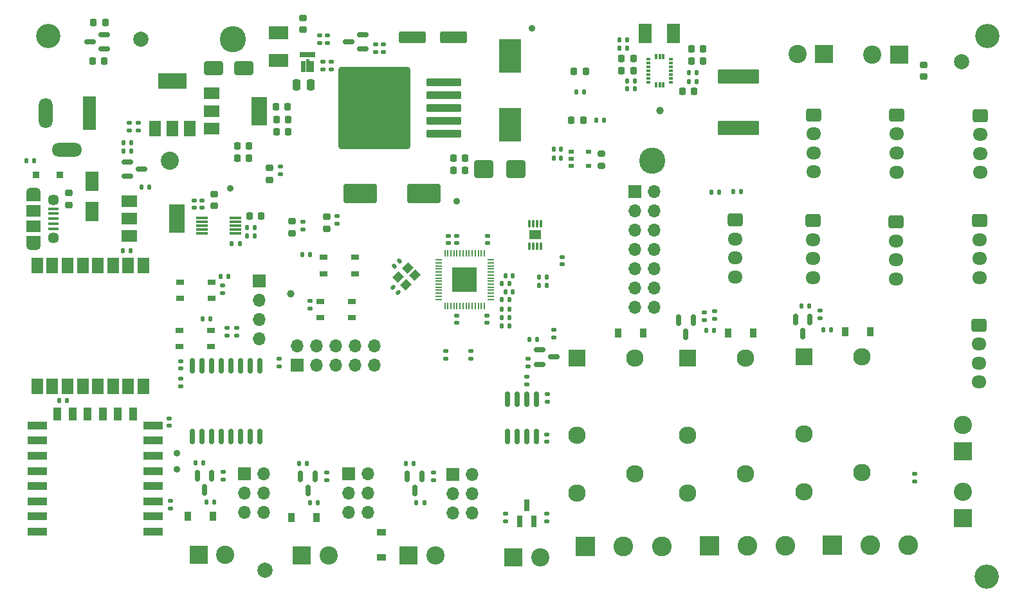
<source format=gbr>
G04 #@! TF.GenerationSoftware,KiCad,Pcbnew,7.0.2*
G04 #@! TF.CreationDate,2023-07-29T12:41:36+03:00*
G04 #@! TF.ProjectId,RpiPico_Agriboard,52706950-6963-46f5-9f41-677269626f61,rev?*
G04 #@! TF.SameCoordinates,Original*
G04 #@! TF.FileFunction,Soldermask,Top*
G04 #@! TF.FilePolarity,Negative*
%FSLAX46Y46*%
G04 Gerber Fmt 4.6, Leading zero omitted, Abs format (unit mm)*
G04 Created by KiCad (PCBNEW 7.0.2) date 2023-07-29 12:41:36*
%MOMM*%
%LPD*%
G01*
G04 APERTURE LIST*
G04 Aperture macros list*
%AMRoundRect*
0 Rectangle with rounded corners*
0 $1 Rounding radius*
0 $2 $3 $4 $5 $6 $7 $8 $9 X,Y pos of 4 corners*
0 Add a 4 corners polygon primitive as box body*
4,1,4,$2,$3,$4,$5,$6,$7,$8,$9,$2,$3,0*
0 Add four circle primitives for the rounded corners*
1,1,$1+$1,$2,$3*
1,1,$1+$1,$4,$5*
1,1,$1+$1,$6,$7*
1,1,$1+$1,$8,$9*
0 Add four rect primitives between the rounded corners*
20,1,$1+$1,$2,$3,$4,$5,0*
20,1,$1+$1,$4,$5,$6,$7,0*
20,1,$1+$1,$6,$7,$8,$9,0*
20,1,$1+$1,$8,$9,$2,$3,0*%
%AMRotRect*
0 Rectangle, with rotation*
0 The origin of the aperture is its center*
0 $1 length*
0 $2 width*
0 $3 Rotation angle, in degrees counterclockwise*
0 Add horizontal line*
21,1,$1,$2,0,0,$3*%
G04 Aperture macros list end*
%ADD10C,0.010000*%
%ADD11RoundRect,0.218750X-0.218750X-0.256250X0.218750X-0.256250X0.218750X0.256250X-0.218750X0.256250X0*%
%ADD12RoundRect,0.135000X-0.135000X-0.185000X0.135000X-0.185000X0.135000X0.185000X-0.135000X0.185000X0*%
%ADD13RoundRect,0.140000X0.140000X0.170000X-0.140000X0.170000X-0.140000X-0.170000X0.140000X-0.170000X0*%
%ADD14R,2.400000X2.400000*%
%ADD15C,2.400000*%
%ADD16RoundRect,0.150000X-0.150000X0.825000X-0.150000X-0.825000X0.150000X-0.825000X0.150000X0.825000X0*%
%ADD17RoundRect,0.135000X0.185000X-0.135000X0.185000X0.135000X-0.185000X0.135000X-0.185000X-0.135000X0*%
%ADD18RoundRect,0.225000X0.225000X0.250000X-0.225000X0.250000X-0.225000X-0.250000X0.225000X-0.250000X0*%
%ADD19RoundRect,0.250000X0.250000X0.475000X-0.250000X0.475000X-0.250000X-0.475000X0.250000X-0.475000X0*%
%ADD20R,2.300000X2.300000*%
%ADD21C,2.300000*%
%ADD22RoundRect,0.225000X-0.225000X-0.250000X0.225000X-0.250000X0.225000X0.250000X-0.225000X0.250000X0*%
%ADD23R,1.700000X1.700000*%
%ADD24O,1.700000X1.700000*%
%ADD25RoundRect,0.140000X-0.170000X0.140000X-0.170000X-0.140000X0.170000X-0.140000X0.170000X0.140000X0*%
%ADD26R,1.350000X0.400000*%
%ADD27O,1.900000X1.200000*%
%ADD28R,1.900000X1.200000*%
%ADD29C,1.450000*%
%ADD30R,1.900000X1.500000*%
%ADD31C,1.000000*%
%ADD32RoundRect,0.135000X-0.185000X0.135000X-0.185000X-0.135000X0.185000X-0.135000X0.185000X0.135000X0*%
%ADD33RoundRect,0.135000X0.135000X0.185000X-0.135000X0.185000X-0.135000X-0.185000X0.135000X-0.185000X0*%
%ADD34R,0.900000X1.200000*%
%ADD35RoundRect,0.218750X0.256250X-0.218750X0.256250X0.218750X-0.256250X0.218750X-0.256250X-0.218750X0*%
%ADD36R,2.000000X1.500000*%
%ADD37R,2.000000X3.800000*%
%ADD38RoundRect,0.150000X0.587500X0.150000X-0.587500X0.150000X-0.587500X-0.150000X0.587500X-0.150000X0*%
%ADD39R,1.050000X0.650000*%
%ADD40R,0.700000X0.510000*%
%ADD41RoundRect,0.250000X-0.725000X0.600000X-0.725000X-0.600000X0.725000X-0.600000X0.725000X0.600000X0*%
%ADD42O,1.950000X1.700000*%
%ADD43RoundRect,0.050000X-0.050000X0.387500X-0.050000X-0.387500X0.050000X-0.387500X0.050000X0.387500X0*%
%ADD44RoundRect,0.050000X-0.387500X0.050000X-0.387500X-0.050000X0.387500X-0.050000X0.387500X0.050000X0*%
%ADD45R,3.200000X3.200000*%
%ADD46RoundRect,0.150000X-0.150000X0.587500X-0.150000X-0.587500X0.150000X-0.587500X0.150000X0.587500X0*%
%ADD47RoundRect,0.140000X0.170000X-0.140000X0.170000X0.140000X-0.170000X0.140000X-0.170000X-0.140000X0*%
%ADD48RoundRect,0.140000X-0.140000X-0.170000X0.140000X-0.170000X0.140000X0.170000X-0.140000X0.170000X0*%
%ADD49C,2.000000*%
%ADD50R,0.500000X0.300000*%
%ADD51R,0.340000X0.800000*%
%ADD52R,1.500000X2.000000*%
%ADD53R,3.800000X2.000000*%
%ADD54R,2.500000X1.000000*%
%ADD55R,1.000000X1.800000*%
%ADD56R,2.600000X2.600000*%
%ADD57C,2.600000*%
%ADD58RoundRect,0.150000X-0.587500X-0.150000X0.587500X-0.150000X0.587500X0.150000X-0.587500X0.150000X0*%
%ADD59R,2.500000X1.800000*%
%ADD60RoundRect,0.225000X0.250000X-0.225000X0.250000X0.225000X-0.250000X0.225000X-0.250000X-0.225000X0*%
%ADD61RoundRect,0.150000X0.150000X-0.875000X0.150000X0.875000X-0.150000X0.875000X-0.150000X-0.875000X0*%
%ADD62RoundRect,0.087500X-0.087500X0.412500X-0.087500X-0.412500X0.087500X-0.412500X0.087500X0.412500X0*%
%ADD63R,1.500000X1.200000*%
%ADD64RoundRect,0.200000X0.275000X-0.200000X0.275000X0.200000X-0.275000X0.200000X-0.275000X-0.200000X0*%
%ADD65R,3.000000X4.500000*%
%ADD66R,1.800000X4.400000*%
%ADD67O,1.800000X4.000000*%
%ADD68O,4.000000X1.800000*%
%ADD69RoundRect,0.070000X0.300000X-0.650000X0.300000X0.650000X-0.300000X0.650000X-0.300000X-0.650000X0*%
%ADD70C,0.900000*%
%ADD71RoundRect,0.250000X1.500000X0.550000X-1.500000X0.550000X-1.500000X-0.550000X1.500000X-0.550000X0*%
%ADD72RoundRect,0.050000X-0.725000X0.150000X-0.725000X-0.150000X0.725000X-0.150000X0.725000X0.150000X0*%
%ADD73R,1.800000X2.500000*%
%ADD74RoundRect,0.250000X-1.000000X-0.650000X1.000000X-0.650000X1.000000X0.650000X-1.000000X0.650000X0*%
%ADD75R,0.900000X0.950000*%
%ADD76C,3.200000*%
%ADD77RoundRect,0.140000X0.021213X-0.219203X0.219203X-0.021213X-0.021213X0.219203X-0.219203X0.021213X0*%
%ADD78RoundRect,0.140000X-0.219203X-0.021213X-0.021213X-0.219203X0.219203X0.021213X0.021213X0.219203X0*%
%ADD79RoundRect,0.250000X2.050000X0.300000X-2.050000X0.300000X-2.050000X-0.300000X2.050000X-0.300000X0*%
%ADD80RoundRect,0.250002X4.449998X5.149998X-4.449998X5.149998X-4.449998X-5.149998X4.449998X-5.149998X0*%
%ADD81RoundRect,0.250000X1.000000X0.900000X-1.000000X0.900000X-1.000000X-0.900000X1.000000X-0.900000X0*%
%ADD82RoundRect,0.250000X1.950000X1.000000X-1.950000X1.000000X-1.950000X-1.000000X1.950000X-1.000000X0*%
%ADD83RotRect,1.150000X1.000000X225.000000*%
%ADD84R,1.200000X0.900000*%
%ADD85RoundRect,0.250000X2.475000X-0.712500X2.475000X0.712500X-2.475000X0.712500X-2.475000X-0.712500X0*%
%ADD86C,2.390000*%
%ADD87C,3.450000*%
G04 APERTURE END LIST*
D10*
X156545000Y-58242000D02*
X156055000Y-58242000D01*
X156055000Y-56952000D01*
X156545000Y-56952000D01*
X156545000Y-58242000D01*
G36*
X156545000Y-58242000D02*
G01*
X156055000Y-58242000D01*
X156055000Y-56952000D01*
X156545000Y-56952000D01*
X156545000Y-58242000D01*
G37*
X157020000Y-58242000D02*
X156680000Y-58242000D01*
X156680000Y-56652000D01*
X157020000Y-56652000D01*
X157020000Y-58242000D01*
G36*
X157020000Y-58242000D02*
G01*
X156680000Y-58242000D01*
X156680000Y-56652000D01*
X157020000Y-56652000D01*
X157020000Y-58242000D01*
G37*
X157645000Y-58242000D02*
X157155000Y-58242000D01*
X157155000Y-56952000D01*
X157645000Y-56952000D01*
X157645000Y-58242000D01*
G36*
X157645000Y-58242000D02*
G01*
X157155000Y-58242000D01*
X157155000Y-56952000D01*
X157645000Y-56952000D01*
X157645000Y-58242000D01*
G37*
X156295000Y-56292000D02*
X155905000Y-56292000D01*
X155905000Y-55702000D01*
X156295000Y-55702000D01*
X156295000Y-56292000D01*
G36*
X156295000Y-56292000D02*
G01*
X155905000Y-56292000D01*
X155905000Y-55702000D01*
X156295000Y-55702000D01*
X156295000Y-56292000D01*
G37*
X156795000Y-56292000D02*
X156405000Y-56292000D01*
X156405000Y-55702000D01*
X156795000Y-55702000D01*
X156795000Y-56292000D01*
G36*
X156795000Y-56292000D02*
G01*
X156405000Y-56292000D01*
X156405000Y-55702000D01*
X156795000Y-55702000D01*
X156795000Y-56292000D01*
G37*
X157295000Y-56292000D02*
X156905000Y-56292000D01*
X156905000Y-55702000D01*
X157295000Y-55702000D01*
X157295000Y-56292000D01*
G36*
X157295000Y-56292000D02*
G01*
X156905000Y-56292000D01*
X156905000Y-55702000D01*
X157295000Y-55702000D01*
X157295000Y-56292000D01*
G37*
X157795000Y-56292000D02*
X157405000Y-56292000D01*
X157405000Y-55702000D01*
X157795000Y-55702000D01*
X157795000Y-56292000D01*
G36*
X157795000Y-56292000D02*
G01*
X157405000Y-56292000D01*
X157405000Y-55702000D01*
X157795000Y-55702000D01*
X157795000Y-56292000D01*
G37*
D11*
X191962500Y-58250000D03*
X193537500Y-58250000D03*
D12*
X187405000Y-86450000D03*
X188425000Y-86450000D03*
D13*
X190240000Y-69700000D03*
X189280000Y-69700000D03*
D14*
X184000000Y-122300000D03*
D15*
X187500000Y-122300000D03*
D16*
X187005000Y-101425000D03*
X185735000Y-101425000D03*
X184465000Y-101425000D03*
X183195000Y-101425000D03*
X183195000Y-106375000D03*
X184465000Y-106375000D03*
X185735000Y-106375000D03*
X187005000Y-106375000D03*
D17*
X165837500Y-55720000D03*
X165837500Y-54700000D03*
D18*
X149212500Y-68065000D03*
X147662500Y-68065000D03*
D19*
X157325000Y-60050000D03*
X155425000Y-60050000D03*
D20*
X222290000Y-95900000D03*
D21*
X222290000Y-106060000D03*
X222290000Y-113680000D03*
X229910000Y-111140000D03*
X229910000Y-95900000D03*
D12*
X197990000Y-54100000D03*
X199010000Y-54100000D03*
D22*
X152812500Y-66265000D03*
X154362500Y-66265000D03*
D23*
X155570000Y-97000000D03*
D24*
X155570000Y-94460000D03*
X158110000Y-97000000D03*
X158110000Y-94460000D03*
X160650000Y-97000000D03*
X160650000Y-94460000D03*
X163190000Y-97000000D03*
X163190000Y-94460000D03*
X165730000Y-97000000D03*
X165730000Y-94460000D03*
D18*
X130275000Y-51825000D03*
X128725000Y-51825000D03*
D25*
X176575000Y-90420000D03*
X176575000Y-91380000D03*
D26*
X123487500Y-76375000D03*
X123487500Y-77025000D03*
X123487500Y-77675000D03*
X123487500Y-78325000D03*
X123487500Y-78975000D03*
D27*
X120787500Y-74175000D03*
D28*
X120787500Y-74775000D03*
D29*
X123487500Y-75175000D03*
D30*
X120787500Y-76675000D03*
X120787500Y-78675000D03*
D29*
X123487500Y-80175000D03*
D28*
X120787500Y-80575000D03*
D27*
X120787500Y-81175000D03*
D31*
X203250000Y-63450000D03*
D32*
X147600000Y-92090000D03*
X147600000Y-93110000D03*
D33*
X211060000Y-74150000D03*
X210040000Y-74150000D03*
X208110000Y-58400000D03*
X207090000Y-58400000D03*
D22*
X149255000Y-77330000D03*
X150805000Y-77330000D03*
D34*
X201050000Y-92737500D03*
X197750000Y-92737500D03*
D35*
X238000000Y-58962500D03*
X238000000Y-57387500D03*
D12*
X132665000Y-67675000D03*
X133685000Y-67675000D03*
D36*
X133420000Y-75340000D03*
X133420000Y-77640000D03*
D37*
X139720000Y-77640000D03*
D36*
X133420000Y-79940000D03*
D17*
X145800000Y-112010000D03*
X145800000Y-110990000D03*
D33*
X158210000Y-115125000D03*
X157190000Y-115125000D03*
D12*
X207090000Y-59600000D03*
X208110000Y-59600000D03*
D14*
X234750000Y-56100000D03*
D15*
X231250000Y-56100000D03*
D33*
X136030000Y-73480000D03*
X135010000Y-73480000D03*
D38*
X164175000Y-55350000D03*
X164175000Y-53450000D03*
X162300000Y-54400000D03*
D32*
X134612500Y-65080000D03*
X134612500Y-66100000D03*
D39*
X140115000Y-86050000D03*
X144265000Y-86050000D03*
X140115000Y-88200000D03*
X144265000Y-88200000D03*
D32*
X178375000Y-95090000D03*
X178375000Y-96110000D03*
D33*
X225810000Y-92300000D03*
X224790000Y-92300000D03*
D40*
X191600000Y-68850000D03*
X191600000Y-69800000D03*
X191600000Y-70750000D03*
X193920000Y-70750000D03*
X193920000Y-68850000D03*
D17*
X173450000Y-112110000D03*
X173450000Y-111090000D03*
D41*
X245350000Y-77950000D03*
D42*
X245350000Y-80450000D03*
X245350000Y-82950000D03*
X245350000Y-85450000D03*
D32*
X182950000Y-116490000D03*
X182950000Y-117510000D03*
D43*
X180175000Y-82262500D03*
X179775000Y-82262500D03*
X179375000Y-82262500D03*
X178975000Y-82262500D03*
X178575000Y-82262500D03*
X178175000Y-82262500D03*
X177775000Y-82262500D03*
X177375000Y-82262500D03*
X176975000Y-82262500D03*
X176575000Y-82262500D03*
X176175000Y-82262500D03*
X175775000Y-82262500D03*
X175375000Y-82262500D03*
X174975000Y-82262500D03*
D44*
X174137500Y-83100000D03*
X174137500Y-83500000D03*
X174137500Y-83900000D03*
X174137500Y-84300000D03*
X174137500Y-84700000D03*
X174137500Y-85100000D03*
X174137500Y-85500000D03*
X174137500Y-85900000D03*
X174137500Y-86300000D03*
X174137500Y-86700000D03*
X174137500Y-87100000D03*
X174137500Y-87500000D03*
X174137500Y-87900000D03*
X174137500Y-88300000D03*
D43*
X174975000Y-89137500D03*
X175375000Y-89137500D03*
X175775000Y-89137500D03*
X176175000Y-89137500D03*
X176575000Y-89137500D03*
X176975000Y-89137500D03*
X177375000Y-89137500D03*
X177775000Y-89137500D03*
X178175000Y-89137500D03*
X178575000Y-89137500D03*
X178975000Y-89137500D03*
X179375000Y-89137500D03*
X179775000Y-89137500D03*
X180175000Y-89137500D03*
D44*
X181012500Y-88300000D03*
X181012500Y-87900000D03*
X181012500Y-87500000D03*
X181012500Y-87100000D03*
X181012500Y-86700000D03*
X181012500Y-86300000D03*
X181012500Y-85900000D03*
X181012500Y-85500000D03*
X181012500Y-85100000D03*
X181012500Y-84700000D03*
X181012500Y-84300000D03*
X181012500Y-83900000D03*
X181012500Y-83500000D03*
X181012500Y-83100000D03*
D45*
X177575000Y-85700000D03*
D46*
X171950000Y-111600000D03*
X170050000Y-111600000D03*
X171000000Y-113475000D03*
D39*
X159000000Y-82775000D03*
X163150000Y-82775000D03*
X159000000Y-84925000D03*
X163150000Y-84925000D03*
D47*
X141950000Y-76255000D03*
X141950000Y-75295000D03*
D12*
X192240000Y-61000000D03*
X193260000Y-61000000D03*
D47*
X143000000Y-76255000D03*
X143000000Y-75295000D03*
D48*
X182970000Y-85200000D03*
X183930000Y-85200000D03*
D41*
X245425000Y-64075000D03*
D42*
X245425000Y-66575000D03*
X245425000Y-69075000D03*
X245425000Y-71575000D03*
D31*
X154700000Y-87600000D03*
D49*
X135000000Y-54050000D03*
D33*
X133570000Y-81880000D03*
X132550000Y-81880000D03*
D12*
X194890000Y-64700000D03*
X195910000Y-64700000D03*
D50*
X204750000Y-59700000D03*
X204750000Y-59200000D03*
X204750000Y-58700000D03*
X204750000Y-58200000D03*
X204750000Y-57700000D03*
X204750000Y-57200000D03*
X204750000Y-56700000D03*
X201750000Y-56700000D03*
X201750000Y-57200000D03*
X201750000Y-57700000D03*
X201750000Y-58200000D03*
X201750000Y-58700000D03*
X201750000Y-59200000D03*
X201750000Y-59700000D03*
D51*
X203750000Y-60050000D03*
X203750000Y-56350000D03*
X203250000Y-60050000D03*
X203250000Y-56350000D03*
X202750000Y-60050000D03*
X202750000Y-56350000D03*
D22*
X152737500Y-62890000D03*
X154287500Y-62890000D03*
D18*
X199775000Y-58200000D03*
X198225000Y-58200000D03*
D13*
X125195000Y-101640000D03*
X124235000Y-101640000D03*
D17*
X153200000Y-97110000D03*
X153200000Y-96090000D03*
X175100000Y-96110000D03*
X175100000Y-95090000D03*
D49*
X151300000Y-123950000D03*
D33*
X156810000Y-109925000D03*
X155790000Y-109925000D03*
D52*
X136812500Y-65840000D03*
X139112500Y-65840000D03*
D53*
X139112500Y-59540000D03*
D52*
X141412500Y-65840000D03*
D54*
X136550000Y-118900000D03*
X136550000Y-116900000D03*
X136550000Y-114900000D03*
X136550000Y-112900000D03*
X136550000Y-110900000D03*
X136550000Y-108900000D03*
X136550000Y-106900000D03*
X136550000Y-104900000D03*
D55*
X133950000Y-103400000D03*
X131950000Y-103400000D03*
X129950000Y-103400000D03*
X127950000Y-103400000D03*
X125950000Y-103400000D03*
X123950000Y-103400000D03*
D54*
X121350000Y-104900000D03*
X121350000Y-106900000D03*
X121350000Y-108900000D03*
X121350000Y-110900000D03*
X121350000Y-112900000D03*
X121350000Y-114900000D03*
X121350000Y-116900000D03*
X121350000Y-118900000D03*
D35*
X154900000Y-79575000D03*
X154900000Y-78000000D03*
D14*
X224900000Y-56025000D03*
D15*
X221400000Y-56025000D03*
D17*
X158900000Y-58010000D03*
X158900000Y-56990000D03*
D33*
X200010000Y-60600000D03*
X198990000Y-60600000D03*
D22*
X176125000Y-69700000D03*
X177675000Y-69700000D03*
D39*
X140065000Y-92400000D03*
X144215000Y-92400000D03*
X140065000Y-94550000D03*
X144215000Y-94550000D03*
D56*
X226000000Y-120662500D03*
D57*
X231000000Y-120662500D03*
X236000000Y-120662500D03*
D58*
X187462500Y-94950000D03*
X187462500Y-96850000D03*
X189337500Y-95900000D03*
D59*
X153100000Y-53150000D03*
X153100000Y-56850000D03*
D25*
X180475000Y-90420000D03*
X180475000Y-91380000D03*
D23*
X200025000Y-74075000D03*
D24*
X202565000Y-74075000D03*
X200025000Y-76615000D03*
X202565000Y-76615000D03*
X200025000Y-79155000D03*
X202565000Y-79155000D03*
X200025000Y-81695000D03*
X202565000Y-81695000D03*
X200025000Y-84235000D03*
X202565000Y-84235000D03*
X200025000Y-86775000D03*
X202565000Y-86775000D03*
X200025000Y-89315000D03*
X202565000Y-89315000D03*
D60*
X156300000Y-52775000D03*
X156300000Y-51225000D03*
D17*
X185750000Y-99470000D03*
X185750000Y-98450000D03*
D33*
X133670000Y-68775000D03*
X132650000Y-68775000D03*
D61*
X141755000Y-106350000D03*
X143025000Y-106350000D03*
X144295000Y-106350000D03*
X145565000Y-106350000D03*
X146835000Y-106350000D03*
X148105000Y-106350000D03*
X149375000Y-106350000D03*
X150645000Y-106350000D03*
X150645000Y-97050000D03*
X149375000Y-97050000D03*
X148105000Y-97050000D03*
X146835000Y-97050000D03*
X145565000Y-97050000D03*
X144295000Y-97050000D03*
X143025000Y-97050000D03*
X141755000Y-97050000D03*
D25*
X140175000Y-98770000D03*
X140175000Y-99730000D03*
D60*
X144575000Y-75995000D03*
X144575000Y-74445000D03*
D12*
X182465000Y-90700000D03*
X183485000Y-90700000D03*
D33*
X183485000Y-89600000D03*
X182465000Y-89600000D03*
D62*
X187625000Y-78300000D03*
X187125000Y-78300000D03*
X186625000Y-78300000D03*
X186125000Y-78300000D03*
X186135000Y-81300000D03*
X186635000Y-81300000D03*
X187135000Y-81300000D03*
X187635000Y-81300000D03*
D63*
X186875000Y-79800000D03*
D33*
X199010000Y-55200000D03*
X197990000Y-55200000D03*
D64*
X195560000Y-70725000D03*
X195560000Y-69075000D03*
D33*
X147960000Y-80970000D03*
X146940000Y-80970000D03*
X170860000Y-109900000D03*
X169840000Y-109900000D03*
D46*
X157900000Y-111625000D03*
X156000000Y-111625000D03*
X156950000Y-113500000D03*
D36*
X144262500Y-61190000D03*
X144262500Y-63490000D03*
D37*
X150562500Y-63490000D03*
D36*
X144262500Y-65790000D03*
D47*
X140175000Y-97430000D03*
X140175000Y-96470000D03*
D65*
X183600000Y-65300000D03*
X183600000Y-56250000D03*
D66*
X128200000Y-63800000D03*
D67*
X122400000Y-63800000D03*
D68*
X125200000Y-68600000D03*
D33*
X120920000Y-70000000D03*
X119900000Y-70000000D03*
D22*
X207400000Y-55300000D03*
X208950000Y-55300000D03*
D32*
X224390000Y-89790000D03*
X224390000Y-90810000D03*
X160000000Y-56990000D03*
X160000000Y-58010000D03*
D69*
X184800000Y-117550000D03*
X186700000Y-117550000D03*
X185750000Y-115450000D03*
D33*
X144610000Y-115000000D03*
X143590000Y-115000000D03*
D70*
X176500000Y-75400000D03*
D56*
X193500000Y-120800000D03*
D57*
X198500000Y-120800000D03*
X203500000Y-120800000D03*
D34*
X215550000Y-92725000D03*
X212250000Y-92725000D03*
D71*
X176100000Y-53800000D03*
X170700000Y-53800000D03*
D12*
X148965000Y-79970000D03*
X149985000Y-79970000D03*
D41*
X213225000Y-77850000D03*
D42*
X213225000Y-80350000D03*
X213225000Y-82850000D03*
X213225000Y-85350000D03*
D72*
X143000000Y-77595000D03*
X143000000Y-78095000D03*
X143000000Y-78595000D03*
X143000000Y-79095000D03*
X143000000Y-79595000D03*
X147400000Y-79595000D03*
X147400000Y-79095000D03*
X147400000Y-78595000D03*
X147400000Y-78095000D03*
X147400000Y-77595000D03*
D47*
X175475000Y-80880000D03*
X175475000Y-79920000D03*
D25*
X190400000Y-82720000D03*
X190400000Y-83680000D03*
D13*
X183455000Y-91800000D03*
X182495000Y-91800000D03*
D73*
X128550000Y-72725000D03*
X128550000Y-76725000D03*
D17*
X133437500Y-66100000D03*
X133437500Y-65080000D03*
D34*
X154750000Y-117025000D03*
X158050000Y-117025000D03*
D38*
X130137500Y-55350000D03*
X130137500Y-53450000D03*
X128262500Y-54400000D03*
D41*
X223475000Y-77925000D03*
D42*
X223475000Y-80425000D03*
X223475000Y-82925000D03*
X223475000Y-85425000D03*
D17*
X138850000Y-115860000D03*
X138850000Y-114840000D03*
D48*
X182495000Y-88300000D03*
X183455000Y-88300000D03*
D23*
X150500000Y-85900000D03*
D24*
X150500000Y-88440000D03*
X150500000Y-90980000D03*
X150500000Y-93520000D03*
D52*
X121300000Y-99800000D03*
X123300000Y-99800000D03*
X125300000Y-99800000D03*
X127300000Y-99800000D03*
X129300000Y-99800000D03*
X131300000Y-99800000D03*
X133300000Y-99800000D03*
X135300000Y-99800000D03*
X135300000Y-83800000D03*
X133300000Y-83800000D03*
X131300000Y-83800000D03*
X129300000Y-83800000D03*
X127300000Y-83800000D03*
X125300000Y-83800000D03*
X123300000Y-83800000D03*
X121300000Y-83800000D03*
D12*
X148965000Y-78845000D03*
X149985000Y-78845000D03*
D74*
X144512500Y-57890000D03*
X148512500Y-57890000D03*
D18*
X149187500Y-69690000D03*
X147637500Y-69690000D03*
D34*
X141150000Y-116900000D03*
X144450000Y-116900000D03*
D75*
X121125000Y-71900000D03*
X124275000Y-71900000D03*
D49*
X243000000Y-57000000D03*
D17*
X145700000Y-87460000D03*
X145700000Y-86440000D03*
X159500000Y-54510000D03*
X159500000Y-53490000D03*
X159400000Y-112135000D03*
X159400000Y-111115000D03*
D12*
X187405000Y-85350000D03*
X188425000Y-85350000D03*
D32*
X188400000Y-116490000D03*
X188400000Y-117510000D03*
D76*
X246400000Y-53600000D03*
D12*
X143090000Y-90900000D03*
X144110000Y-90900000D03*
D77*
X168335589Y-83889411D03*
X169014411Y-83210589D03*
D34*
X230940000Y-92600000D03*
X227640000Y-92600000D03*
D20*
X192400000Y-96037500D03*
D21*
X192400000Y-106197500D03*
X192400000Y-113817500D03*
X200020000Y-111277500D03*
X200020000Y-96037500D03*
D32*
X166897000Y-54712500D03*
X166897000Y-55732500D03*
X210500000Y-89890000D03*
X210500000Y-90910000D03*
D78*
X168160589Y-86735589D03*
X168839411Y-87414411D03*
D17*
X236850000Y-112295000D03*
X236850000Y-111275000D03*
D70*
X186400000Y-52600000D03*
D13*
X190240000Y-68500000D03*
X189280000Y-68500000D03*
D18*
X199775000Y-56600000D03*
X198225000Y-56600000D03*
D79*
X174825000Y-66500000D03*
X174825000Y-64800000D03*
X174825000Y-63100000D03*
D80*
X165675000Y-63100000D03*
D79*
X174825000Y-61400000D03*
X174825000Y-59700000D03*
D12*
X212940000Y-74100000D03*
X213960000Y-74100000D03*
X186090000Y-93600000D03*
X187110000Y-93600000D03*
D22*
X207400000Y-56945000D03*
X208950000Y-56945000D03*
D23*
X148560000Y-111260000D03*
D24*
X151100000Y-111260000D03*
X148560000Y-113800000D03*
X151100000Y-113800000D03*
X148560000Y-116340000D03*
X151100000Y-116340000D03*
D48*
X182970000Y-87300000D03*
X183930000Y-87300000D03*
D35*
X151925000Y-72562500D03*
X151925000Y-70987500D03*
D17*
X156275000Y-79097500D03*
X156275000Y-78077500D03*
D73*
X201350000Y-53300000D03*
X205050000Y-53300000D03*
D70*
X139700000Y-110675000D03*
D35*
X159400000Y-78975000D03*
X159400000Y-77400000D03*
D58*
X133187500Y-70175000D03*
X133187500Y-72075000D03*
X135062500Y-71125000D03*
D14*
X170200000Y-122000000D03*
D15*
X173700000Y-122000000D03*
D47*
X176575000Y-80880000D03*
X176575000Y-79920000D03*
D18*
X130150000Y-56950000D03*
X128600000Y-56950000D03*
D81*
X184350000Y-71100000D03*
X180050000Y-71100000D03*
D23*
X162310000Y-111260000D03*
D24*
X164850000Y-111260000D03*
X162310000Y-113800000D03*
X164850000Y-113800000D03*
X162310000Y-116340000D03*
X164850000Y-116340000D03*
D41*
X234475000Y-64025000D03*
D42*
X234475000Y-66525000D03*
X234475000Y-69025000D03*
X234475000Y-71525000D03*
D33*
X210410000Y-92400000D03*
X209390000Y-92400000D03*
D41*
X245300000Y-91700000D03*
D42*
X245300000Y-94200000D03*
X245300000Y-96700000D03*
X245300000Y-99200000D03*
D17*
X157200000Y-89520000D03*
X157200000Y-88500000D03*
D76*
X122800000Y-53600000D03*
D46*
X207650000Y-91050000D03*
X205750000Y-91050000D03*
X206700000Y-92925000D03*
D70*
X146700000Y-73700000D03*
D20*
X206900000Y-96025000D03*
D21*
X206900000Y-106185000D03*
X206900000Y-113805000D03*
X214520000Y-111265000D03*
X214520000Y-96025000D03*
D35*
X125500000Y-75887500D03*
X125500000Y-74312500D03*
D82*
X172200000Y-74400000D03*
X163800000Y-74400000D03*
D22*
X176125000Y-71300000D03*
X177675000Y-71300000D03*
D17*
X160800000Y-78310000D03*
X160800000Y-77290000D03*
D33*
X222900000Y-89200000D03*
X221880000Y-89200000D03*
D14*
X243200000Y-117150000D03*
D15*
X243200000Y-113650000D03*
D17*
X209100000Y-91010000D03*
X209100000Y-89990000D03*
D39*
X162700000Y-90700000D03*
X158550000Y-90700000D03*
X162700000Y-88550000D03*
X158550000Y-88550000D03*
D41*
X223500000Y-64000000D03*
D42*
X223500000Y-66500000D03*
X223500000Y-69000000D03*
X223500000Y-71500000D03*
D23*
X176000000Y-111375000D03*
D24*
X178540000Y-111375000D03*
X176000000Y-113915000D03*
X178540000Y-113915000D03*
X176000000Y-116455000D03*
X178540000Y-116455000D03*
D14*
X156150000Y-122025000D03*
D15*
X159650000Y-122025000D03*
D11*
X191625000Y-64700000D03*
X193200000Y-64700000D03*
D32*
X158475000Y-53490000D03*
X158475000Y-54510000D03*
D22*
X206225000Y-60900000D03*
X207775000Y-60900000D03*
D17*
X153375000Y-71785000D03*
X153375000Y-70765000D03*
D14*
X142550000Y-121900000D03*
D15*
X146050000Y-121900000D03*
D46*
X144300000Y-111500000D03*
X142400000Y-111500000D03*
X143350000Y-113375000D03*
D83*
X170072488Y-84161307D03*
X168835051Y-85398744D03*
X169825000Y-86388693D03*
X171062437Y-85151256D03*
D76*
X246300000Y-124800000D03*
D47*
X180575000Y-80880000D03*
X180575000Y-79920000D03*
X188350000Y-107080000D03*
X188350000Y-106120000D03*
D48*
X182495000Y-86200000D03*
X183455000Y-86200000D03*
D47*
X138700000Y-104910000D03*
X138700000Y-103950000D03*
D12*
X156240000Y-82400000D03*
X157260000Y-82400000D03*
D22*
X152812500Y-64590000D03*
X154362500Y-64590000D03*
D84*
X166650000Y-118975000D03*
X166650000Y-122275000D03*
D32*
X146300000Y-92090000D03*
X146300000Y-93110000D03*
D14*
X243150000Y-108325000D03*
D15*
X243150000Y-104825000D03*
D33*
X143210000Y-109800000D03*
X142190000Y-109800000D03*
D70*
X139700000Y-108600000D03*
D13*
X146460000Y-85300000D03*
X145500000Y-85300000D03*
D17*
X188450000Y-101760000D03*
X188450000Y-100740000D03*
D46*
X223040000Y-90925000D03*
X221140000Y-90925000D03*
X222090000Y-92800000D03*
D85*
X213600000Y-65687500D03*
X213600000Y-58912500D03*
D32*
X189337500Y-92290000D03*
X189337500Y-93310000D03*
D41*
X234400000Y-78100000D03*
D42*
X234400000Y-80600000D03*
X234400000Y-83100000D03*
X234400000Y-85600000D03*
D12*
X198990000Y-59500000D03*
X200010000Y-59500000D03*
D33*
X172260000Y-115100000D03*
X171240000Y-115100000D03*
D56*
X209800000Y-120787500D03*
D57*
X214800000Y-120787500D03*
X219800000Y-120787500D03*
D32*
X185900000Y-96090000D03*
X185900000Y-97110000D03*
D86*
X138770000Y-70000000D03*
D87*
X147100000Y-54000000D03*
X202300000Y-70000000D03*
M02*

</source>
